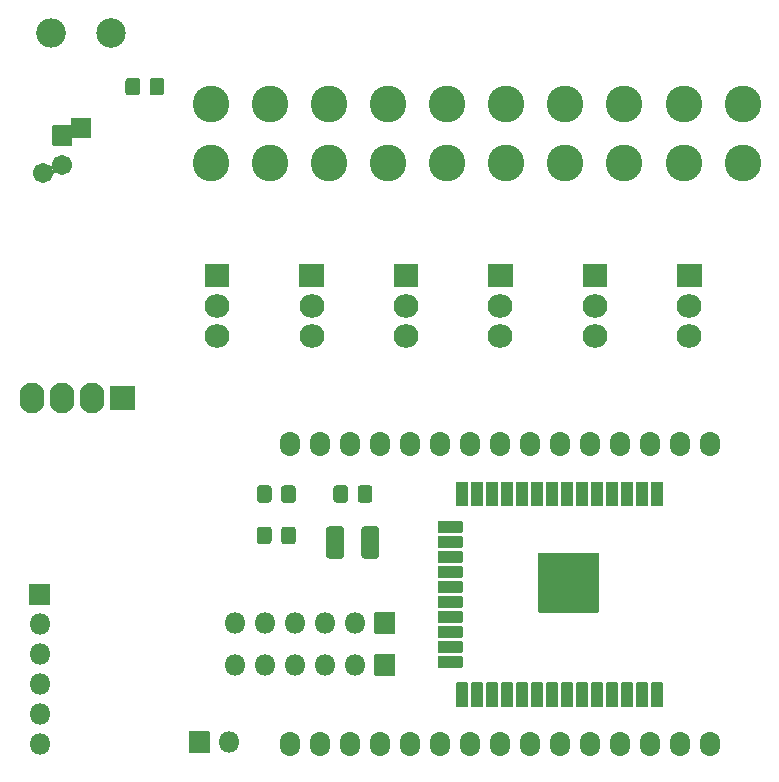
<source format=gbr>
%TF.GenerationSoftware,KiCad,Pcbnew,(5.1.7)-1*%
%TF.CreationDate,2020-11-01T18:23:12+02:00*%
%TF.ProjectId,esp32_mc_dimmer,65737033-325f-46d6-935f-64696d6d6572,rev?*%
%TF.SameCoordinates,Original*%
%TF.FileFunction,Soldermask,Top*%
%TF.FilePolarity,Negative*%
%FSLAX46Y46*%
G04 Gerber Fmt 4.6, Leading zero omitted, Abs format (unit mm)*
G04 Created by KiCad (PCBNEW (5.1.7)-1) date 2020-11-01 18:23:12*
%MOMM*%
%LPD*%
G01*
G04 APERTURE LIST*
%ADD10O,2.102000X2.602000*%
%ADD11C,3.102000*%
%ADD12O,1.702000X2.102000*%
%ADD13C,1.702000*%
%ADD14O,1.802000X1.802000*%
%ADD15O,2.502000X2.502000*%
%ADD16C,2.502000*%
%ADD17O,2.102000X2.007000*%
%ADD18C,0.100000*%
G04 APERTURE END LIST*
G36*
G01*
X132985000Y-101819000D02*
X134985000Y-101819000D01*
G75*
G02*
X135036000Y-101870000I0J-51000D01*
G01*
X135036000Y-103870000D01*
G75*
G02*
X134985000Y-103921000I-51000J0D01*
G01*
X132985000Y-103921000D01*
G75*
G02*
X132934000Y-103870000I0J51000D01*
G01*
X132934000Y-101870000D01*
G75*
G02*
X132985000Y-101819000I51000J0D01*
G01*
G37*
D10*
X131445000Y-102870000D03*
X128905000Y-102870000D03*
X126365000Y-102870000D03*
D11*
X141500000Y-78000000D03*
X141500000Y-83000000D03*
X146500000Y-78000000D03*
X146500000Y-83000000D03*
X151500000Y-78000000D03*
X151500000Y-83000000D03*
X156500000Y-78000000D03*
X156500000Y-83000000D03*
X161500000Y-78000000D03*
X161500000Y-83000000D03*
X166500000Y-78000000D03*
X166500000Y-83000000D03*
X171500000Y-78000000D03*
X171500000Y-83000000D03*
X176500000Y-78000000D03*
X176500000Y-83000000D03*
X181500000Y-78000000D03*
X181500000Y-83000000D03*
X186500000Y-78000000D03*
X186500000Y-83000000D03*
D12*
X148220000Y-106800000D03*
X148220000Y-132200000D03*
X150760000Y-106800000D03*
X150760000Y-132200000D03*
X153300000Y-106800000D03*
X153300000Y-132200000D03*
X155840000Y-106800000D03*
X155840000Y-132200000D03*
X158380000Y-106800000D03*
X158380000Y-132200000D03*
X160920000Y-106800000D03*
X160920000Y-132200000D03*
X163460000Y-106800000D03*
X163460000Y-132200000D03*
X166000000Y-106800000D03*
X166000000Y-132200000D03*
X168540000Y-106800000D03*
X168540000Y-132200000D03*
X171080000Y-106800000D03*
X171080000Y-132200000D03*
X173620000Y-106800000D03*
X173620000Y-132200000D03*
X176160000Y-106800000D03*
X176160000Y-132200000D03*
X178700000Y-106800000D03*
X178700000Y-132200000D03*
X181240000Y-106800000D03*
X181240000Y-132200000D03*
X183780000Y-106800000D03*
X183780000Y-132200000D03*
D13*
X127305000Y-83815937D03*
G36*
G01*
X129705000Y-79123063D02*
X131305000Y-79123063D01*
G75*
G02*
X131356000Y-79174063I0J-51000D01*
G01*
X131356000Y-80774063D01*
G75*
G02*
X131305000Y-80825063I-51000J0D01*
G01*
X129705000Y-80825063D01*
G75*
G02*
X129654000Y-80774063I0J51000D01*
G01*
X129654000Y-79174063D01*
G75*
G02*
X129705000Y-79123063I51000J0D01*
G01*
G37*
X128905000Y-83145000D03*
G36*
G01*
X128105000Y-79794000D02*
X129705000Y-79794000D01*
G75*
G02*
X129756000Y-79845000I0J-51000D01*
G01*
X129756000Y-81445000D01*
G75*
G02*
X129705000Y-81496000I-51000J0D01*
G01*
X128105000Y-81496000D01*
G75*
G02*
X128054000Y-81445000I0J51000D01*
G01*
X128054000Y-79845000D01*
G75*
G02*
X128105000Y-79794000I51000J0D01*
G01*
G37*
D14*
X143510000Y-121920000D03*
X146050000Y-121920000D03*
X148590000Y-121920000D03*
X151130000Y-121920000D03*
X153670000Y-121920000D03*
G36*
G01*
X155360000Y-121019000D02*
X157060000Y-121019000D01*
G75*
G02*
X157111000Y-121070000I0J-51000D01*
G01*
X157111000Y-122770000D01*
G75*
G02*
X157060000Y-122821000I-51000J0D01*
G01*
X155360000Y-122821000D01*
G75*
G02*
X155309000Y-122770000I0J51000D01*
G01*
X155309000Y-121070000D01*
G75*
G02*
X155360000Y-121019000I51000J0D01*
G01*
G37*
G36*
G01*
X152763500Y-113991894D02*
X152763500Y-116208106D01*
G75*
G02*
X152495606Y-116476000I-267894J0D01*
G01*
X151504394Y-116476000D01*
G75*
G02*
X151236500Y-116208106I0J267894D01*
G01*
X151236500Y-113991894D01*
G75*
G02*
X151504394Y-113724000I267894J0D01*
G01*
X152495606Y-113724000D01*
G75*
G02*
X152763500Y-113991894I0J-267894D01*
G01*
G37*
G36*
G01*
X155738500Y-113991894D02*
X155738500Y-116208106D01*
G75*
G02*
X155470606Y-116476000I-267894J0D01*
G01*
X154479394Y-116476000D01*
G75*
G02*
X154211500Y-116208106I0J267894D01*
G01*
X154211500Y-113991894D01*
G75*
G02*
X154479394Y-113724000I267894J0D01*
G01*
X155470606Y-113724000D01*
G75*
G02*
X155738500Y-113991894I0J-267894D01*
G01*
G37*
G36*
G01*
X178805000Y-126949000D02*
X179705000Y-126949000D01*
G75*
G02*
X179756000Y-127000000I0J-51000D01*
G01*
X179756000Y-129000000D01*
G75*
G02*
X179705000Y-129051000I-51000J0D01*
G01*
X178805000Y-129051000D01*
G75*
G02*
X178754000Y-129000000I0J51000D01*
G01*
X178754000Y-127000000D01*
G75*
G02*
X178805000Y-126949000I51000J0D01*
G01*
G37*
G36*
G01*
X177535000Y-126949000D02*
X178435000Y-126949000D01*
G75*
G02*
X178486000Y-127000000I0J-51000D01*
G01*
X178486000Y-129000000D01*
G75*
G02*
X178435000Y-129051000I-51000J0D01*
G01*
X177535000Y-129051000D01*
G75*
G02*
X177484000Y-129000000I0J51000D01*
G01*
X177484000Y-127000000D01*
G75*
G02*
X177535000Y-126949000I51000J0D01*
G01*
G37*
G36*
G01*
X176265000Y-126949000D02*
X177165000Y-126949000D01*
G75*
G02*
X177216000Y-127000000I0J-51000D01*
G01*
X177216000Y-129000000D01*
G75*
G02*
X177165000Y-129051000I-51000J0D01*
G01*
X176265000Y-129051000D01*
G75*
G02*
X176214000Y-129000000I0J51000D01*
G01*
X176214000Y-127000000D01*
G75*
G02*
X176265000Y-126949000I51000J0D01*
G01*
G37*
G36*
G01*
X174995000Y-126949000D02*
X175895000Y-126949000D01*
G75*
G02*
X175946000Y-127000000I0J-51000D01*
G01*
X175946000Y-129000000D01*
G75*
G02*
X175895000Y-129051000I-51000J0D01*
G01*
X174995000Y-129051000D01*
G75*
G02*
X174944000Y-129000000I0J51000D01*
G01*
X174944000Y-127000000D01*
G75*
G02*
X174995000Y-126949000I51000J0D01*
G01*
G37*
G36*
G01*
X173725000Y-126949000D02*
X174625000Y-126949000D01*
G75*
G02*
X174676000Y-127000000I0J-51000D01*
G01*
X174676000Y-129000000D01*
G75*
G02*
X174625000Y-129051000I-51000J0D01*
G01*
X173725000Y-129051000D01*
G75*
G02*
X173674000Y-129000000I0J51000D01*
G01*
X173674000Y-127000000D01*
G75*
G02*
X173725000Y-126949000I51000J0D01*
G01*
G37*
G36*
G01*
X172455000Y-126949000D02*
X173355000Y-126949000D01*
G75*
G02*
X173406000Y-127000000I0J-51000D01*
G01*
X173406000Y-129000000D01*
G75*
G02*
X173355000Y-129051000I-51000J0D01*
G01*
X172455000Y-129051000D01*
G75*
G02*
X172404000Y-129000000I0J51000D01*
G01*
X172404000Y-127000000D01*
G75*
G02*
X172455000Y-126949000I51000J0D01*
G01*
G37*
G36*
G01*
X171185000Y-126949000D02*
X172085000Y-126949000D01*
G75*
G02*
X172136000Y-127000000I0J-51000D01*
G01*
X172136000Y-129000000D01*
G75*
G02*
X172085000Y-129051000I-51000J0D01*
G01*
X171185000Y-129051000D01*
G75*
G02*
X171134000Y-129000000I0J51000D01*
G01*
X171134000Y-127000000D01*
G75*
G02*
X171185000Y-126949000I51000J0D01*
G01*
G37*
G36*
G01*
X169915000Y-126949000D02*
X170815000Y-126949000D01*
G75*
G02*
X170866000Y-127000000I0J-51000D01*
G01*
X170866000Y-129000000D01*
G75*
G02*
X170815000Y-129051000I-51000J0D01*
G01*
X169915000Y-129051000D01*
G75*
G02*
X169864000Y-129000000I0J51000D01*
G01*
X169864000Y-127000000D01*
G75*
G02*
X169915000Y-126949000I51000J0D01*
G01*
G37*
G36*
G01*
X168645000Y-126949000D02*
X169545000Y-126949000D01*
G75*
G02*
X169596000Y-127000000I0J-51000D01*
G01*
X169596000Y-129000000D01*
G75*
G02*
X169545000Y-129051000I-51000J0D01*
G01*
X168645000Y-129051000D01*
G75*
G02*
X168594000Y-129000000I0J51000D01*
G01*
X168594000Y-127000000D01*
G75*
G02*
X168645000Y-126949000I51000J0D01*
G01*
G37*
G36*
G01*
X167375000Y-126949000D02*
X168275000Y-126949000D01*
G75*
G02*
X168326000Y-127000000I0J-51000D01*
G01*
X168326000Y-129000000D01*
G75*
G02*
X168275000Y-129051000I-51000J0D01*
G01*
X167375000Y-129051000D01*
G75*
G02*
X167324000Y-129000000I0J51000D01*
G01*
X167324000Y-127000000D01*
G75*
G02*
X167375000Y-126949000I51000J0D01*
G01*
G37*
G36*
G01*
X166105000Y-126949000D02*
X167005000Y-126949000D01*
G75*
G02*
X167056000Y-127000000I0J-51000D01*
G01*
X167056000Y-129000000D01*
G75*
G02*
X167005000Y-129051000I-51000J0D01*
G01*
X166105000Y-129051000D01*
G75*
G02*
X166054000Y-129000000I0J51000D01*
G01*
X166054000Y-127000000D01*
G75*
G02*
X166105000Y-126949000I51000J0D01*
G01*
G37*
G36*
G01*
X164835000Y-126949000D02*
X165735000Y-126949000D01*
G75*
G02*
X165786000Y-127000000I0J-51000D01*
G01*
X165786000Y-129000000D01*
G75*
G02*
X165735000Y-129051000I-51000J0D01*
G01*
X164835000Y-129051000D01*
G75*
G02*
X164784000Y-129000000I0J51000D01*
G01*
X164784000Y-127000000D01*
G75*
G02*
X164835000Y-126949000I51000J0D01*
G01*
G37*
G36*
G01*
X163565000Y-126949000D02*
X164465000Y-126949000D01*
G75*
G02*
X164516000Y-127000000I0J-51000D01*
G01*
X164516000Y-129000000D01*
G75*
G02*
X164465000Y-129051000I-51000J0D01*
G01*
X163565000Y-129051000D01*
G75*
G02*
X163514000Y-129000000I0J51000D01*
G01*
X163514000Y-127000000D01*
G75*
G02*
X163565000Y-126949000I51000J0D01*
G01*
G37*
G36*
G01*
X162295000Y-126949000D02*
X163195000Y-126949000D01*
G75*
G02*
X163246000Y-127000000I0J-51000D01*
G01*
X163246000Y-129000000D01*
G75*
G02*
X163195000Y-129051000I-51000J0D01*
G01*
X162295000Y-129051000D01*
G75*
G02*
X162244000Y-129000000I0J51000D01*
G01*
X162244000Y-127000000D01*
G75*
G02*
X162295000Y-126949000I51000J0D01*
G01*
G37*
G36*
G01*
X160694000Y-125665000D02*
X160694000Y-124765000D01*
G75*
G02*
X160745000Y-124714000I51000J0D01*
G01*
X162745000Y-124714000D01*
G75*
G02*
X162796000Y-124765000I0J-51000D01*
G01*
X162796000Y-125665000D01*
G75*
G02*
X162745000Y-125716000I-51000J0D01*
G01*
X160745000Y-125716000D01*
G75*
G02*
X160694000Y-125665000I0J51000D01*
G01*
G37*
G36*
G01*
X160694000Y-124395000D02*
X160694000Y-123495000D01*
G75*
G02*
X160745000Y-123444000I51000J0D01*
G01*
X162745000Y-123444000D01*
G75*
G02*
X162796000Y-123495000I0J-51000D01*
G01*
X162796000Y-124395000D01*
G75*
G02*
X162745000Y-124446000I-51000J0D01*
G01*
X160745000Y-124446000D01*
G75*
G02*
X160694000Y-124395000I0J51000D01*
G01*
G37*
G36*
G01*
X160694000Y-123125000D02*
X160694000Y-122225000D01*
G75*
G02*
X160745000Y-122174000I51000J0D01*
G01*
X162745000Y-122174000D01*
G75*
G02*
X162796000Y-122225000I0J-51000D01*
G01*
X162796000Y-123125000D01*
G75*
G02*
X162745000Y-123176000I-51000J0D01*
G01*
X160745000Y-123176000D01*
G75*
G02*
X160694000Y-123125000I0J51000D01*
G01*
G37*
G36*
G01*
X160694000Y-121855000D02*
X160694000Y-120955000D01*
G75*
G02*
X160745000Y-120904000I51000J0D01*
G01*
X162745000Y-120904000D01*
G75*
G02*
X162796000Y-120955000I0J-51000D01*
G01*
X162796000Y-121855000D01*
G75*
G02*
X162745000Y-121906000I-51000J0D01*
G01*
X160745000Y-121906000D01*
G75*
G02*
X160694000Y-121855000I0J51000D01*
G01*
G37*
G36*
G01*
X160694000Y-120585000D02*
X160694000Y-119685000D01*
G75*
G02*
X160745000Y-119634000I51000J0D01*
G01*
X162745000Y-119634000D01*
G75*
G02*
X162796000Y-119685000I0J-51000D01*
G01*
X162796000Y-120585000D01*
G75*
G02*
X162745000Y-120636000I-51000J0D01*
G01*
X160745000Y-120636000D01*
G75*
G02*
X160694000Y-120585000I0J51000D01*
G01*
G37*
G36*
G01*
X160694000Y-119315000D02*
X160694000Y-118415000D01*
G75*
G02*
X160745000Y-118364000I51000J0D01*
G01*
X162745000Y-118364000D01*
G75*
G02*
X162796000Y-118415000I0J-51000D01*
G01*
X162796000Y-119315000D01*
G75*
G02*
X162745000Y-119366000I-51000J0D01*
G01*
X160745000Y-119366000D01*
G75*
G02*
X160694000Y-119315000I0J51000D01*
G01*
G37*
G36*
G01*
X160694000Y-118045000D02*
X160694000Y-117145000D01*
G75*
G02*
X160745000Y-117094000I51000J0D01*
G01*
X162745000Y-117094000D01*
G75*
G02*
X162796000Y-117145000I0J-51000D01*
G01*
X162796000Y-118045000D01*
G75*
G02*
X162745000Y-118096000I-51000J0D01*
G01*
X160745000Y-118096000D01*
G75*
G02*
X160694000Y-118045000I0J51000D01*
G01*
G37*
G36*
G01*
X160694000Y-116775000D02*
X160694000Y-115875000D01*
G75*
G02*
X160745000Y-115824000I51000J0D01*
G01*
X162745000Y-115824000D01*
G75*
G02*
X162796000Y-115875000I0J-51000D01*
G01*
X162796000Y-116775000D01*
G75*
G02*
X162745000Y-116826000I-51000J0D01*
G01*
X160745000Y-116826000D01*
G75*
G02*
X160694000Y-116775000I0J51000D01*
G01*
G37*
G36*
G01*
X160694000Y-115505000D02*
X160694000Y-114605000D01*
G75*
G02*
X160745000Y-114554000I51000J0D01*
G01*
X162745000Y-114554000D01*
G75*
G02*
X162796000Y-114605000I0J-51000D01*
G01*
X162796000Y-115505000D01*
G75*
G02*
X162745000Y-115556000I-51000J0D01*
G01*
X160745000Y-115556000D01*
G75*
G02*
X160694000Y-115505000I0J51000D01*
G01*
G37*
G36*
G01*
X160694000Y-114235000D02*
X160694000Y-113335000D01*
G75*
G02*
X160745000Y-113284000I51000J0D01*
G01*
X162745000Y-113284000D01*
G75*
G02*
X162796000Y-113335000I0J-51000D01*
G01*
X162796000Y-114235000D01*
G75*
G02*
X162745000Y-114286000I-51000J0D01*
G01*
X160745000Y-114286000D01*
G75*
G02*
X160694000Y-114235000I0J51000D01*
G01*
G37*
G36*
G01*
X162295000Y-109949000D02*
X163195000Y-109949000D01*
G75*
G02*
X163246000Y-110000000I0J-51000D01*
G01*
X163246000Y-112000000D01*
G75*
G02*
X163195000Y-112051000I-51000J0D01*
G01*
X162295000Y-112051000D01*
G75*
G02*
X162244000Y-112000000I0J51000D01*
G01*
X162244000Y-110000000D01*
G75*
G02*
X162295000Y-109949000I51000J0D01*
G01*
G37*
G36*
G01*
X163565000Y-109949000D02*
X164465000Y-109949000D01*
G75*
G02*
X164516000Y-110000000I0J-51000D01*
G01*
X164516000Y-112000000D01*
G75*
G02*
X164465000Y-112051000I-51000J0D01*
G01*
X163565000Y-112051000D01*
G75*
G02*
X163514000Y-112000000I0J51000D01*
G01*
X163514000Y-110000000D01*
G75*
G02*
X163565000Y-109949000I51000J0D01*
G01*
G37*
G36*
G01*
X164835000Y-109949000D02*
X165735000Y-109949000D01*
G75*
G02*
X165786000Y-110000000I0J-51000D01*
G01*
X165786000Y-112000000D01*
G75*
G02*
X165735000Y-112051000I-51000J0D01*
G01*
X164835000Y-112051000D01*
G75*
G02*
X164784000Y-112000000I0J51000D01*
G01*
X164784000Y-110000000D01*
G75*
G02*
X164835000Y-109949000I51000J0D01*
G01*
G37*
G36*
G01*
X166105000Y-109949000D02*
X167005000Y-109949000D01*
G75*
G02*
X167056000Y-110000000I0J-51000D01*
G01*
X167056000Y-112000000D01*
G75*
G02*
X167005000Y-112051000I-51000J0D01*
G01*
X166105000Y-112051000D01*
G75*
G02*
X166054000Y-112000000I0J51000D01*
G01*
X166054000Y-110000000D01*
G75*
G02*
X166105000Y-109949000I51000J0D01*
G01*
G37*
G36*
G01*
X167375000Y-109949000D02*
X168275000Y-109949000D01*
G75*
G02*
X168326000Y-110000000I0J-51000D01*
G01*
X168326000Y-112000000D01*
G75*
G02*
X168275000Y-112051000I-51000J0D01*
G01*
X167375000Y-112051000D01*
G75*
G02*
X167324000Y-112000000I0J51000D01*
G01*
X167324000Y-110000000D01*
G75*
G02*
X167375000Y-109949000I51000J0D01*
G01*
G37*
G36*
G01*
X168645000Y-109949000D02*
X169545000Y-109949000D01*
G75*
G02*
X169596000Y-110000000I0J-51000D01*
G01*
X169596000Y-112000000D01*
G75*
G02*
X169545000Y-112051000I-51000J0D01*
G01*
X168645000Y-112051000D01*
G75*
G02*
X168594000Y-112000000I0J51000D01*
G01*
X168594000Y-110000000D01*
G75*
G02*
X168645000Y-109949000I51000J0D01*
G01*
G37*
G36*
G01*
X169915000Y-109949000D02*
X170815000Y-109949000D01*
G75*
G02*
X170866000Y-110000000I0J-51000D01*
G01*
X170866000Y-112000000D01*
G75*
G02*
X170815000Y-112051000I-51000J0D01*
G01*
X169915000Y-112051000D01*
G75*
G02*
X169864000Y-112000000I0J51000D01*
G01*
X169864000Y-110000000D01*
G75*
G02*
X169915000Y-109949000I51000J0D01*
G01*
G37*
G36*
G01*
X171185000Y-109949000D02*
X172085000Y-109949000D01*
G75*
G02*
X172136000Y-110000000I0J-51000D01*
G01*
X172136000Y-112000000D01*
G75*
G02*
X172085000Y-112051000I-51000J0D01*
G01*
X171185000Y-112051000D01*
G75*
G02*
X171134000Y-112000000I0J51000D01*
G01*
X171134000Y-110000000D01*
G75*
G02*
X171185000Y-109949000I51000J0D01*
G01*
G37*
G36*
G01*
X172455000Y-109949000D02*
X173355000Y-109949000D01*
G75*
G02*
X173406000Y-110000000I0J-51000D01*
G01*
X173406000Y-112000000D01*
G75*
G02*
X173355000Y-112051000I-51000J0D01*
G01*
X172455000Y-112051000D01*
G75*
G02*
X172404000Y-112000000I0J51000D01*
G01*
X172404000Y-110000000D01*
G75*
G02*
X172455000Y-109949000I51000J0D01*
G01*
G37*
G36*
G01*
X173725000Y-109949000D02*
X174625000Y-109949000D01*
G75*
G02*
X174676000Y-110000000I0J-51000D01*
G01*
X174676000Y-112000000D01*
G75*
G02*
X174625000Y-112051000I-51000J0D01*
G01*
X173725000Y-112051000D01*
G75*
G02*
X173674000Y-112000000I0J51000D01*
G01*
X173674000Y-110000000D01*
G75*
G02*
X173725000Y-109949000I51000J0D01*
G01*
G37*
G36*
G01*
X174995000Y-109949000D02*
X175895000Y-109949000D01*
G75*
G02*
X175946000Y-110000000I0J-51000D01*
G01*
X175946000Y-112000000D01*
G75*
G02*
X175895000Y-112051000I-51000J0D01*
G01*
X174995000Y-112051000D01*
G75*
G02*
X174944000Y-112000000I0J51000D01*
G01*
X174944000Y-110000000D01*
G75*
G02*
X174995000Y-109949000I51000J0D01*
G01*
G37*
G36*
G01*
X176265000Y-109949000D02*
X177165000Y-109949000D01*
G75*
G02*
X177216000Y-110000000I0J-51000D01*
G01*
X177216000Y-112000000D01*
G75*
G02*
X177165000Y-112051000I-51000J0D01*
G01*
X176265000Y-112051000D01*
G75*
G02*
X176214000Y-112000000I0J51000D01*
G01*
X176214000Y-110000000D01*
G75*
G02*
X176265000Y-109949000I51000J0D01*
G01*
G37*
G36*
G01*
X177535000Y-109949000D02*
X178435000Y-109949000D01*
G75*
G02*
X178486000Y-110000000I0J-51000D01*
G01*
X178486000Y-112000000D01*
G75*
G02*
X178435000Y-112051000I-51000J0D01*
G01*
X177535000Y-112051000D01*
G75*
G02*
X177484000Y-112000000I0J51000D01*
G01*
X177484000Y-110000000D01*
G75*
G02*
X177535000Y-109949000I51000J0D01*
G01*
G37*
G36*
G01*
X178805000Y-109949000D02*
X179705000Y-109949000D01*
G75*
G02*
X179756000Y-110000000I0J-51000D01*
G01*
X179756000Y-112000000D01*
G75*
G02*
X179705000Y-112051000I-51000J0D01*
G01*
X178805000Y-112051000D01*
G75*
G02*
X178754000Y-112000000I0J51000D01*
G01*
X178754000Y-110000000D01*
G75*
G02*
X178805000Y-109949000I51000J0D01*
G01*
G37*
G36*
G01*
X169255000Y-115949000D02*
X174255000Y-115949000D01*
G75*
G02*
X174306000Y-116000000I0J-51000D01*
G01*
X174306000Y-121000000D01*
G75*
G02*
X174255000Y-121051000I-51000J0D01*
G01*
X169255000Y-121051000D01*
G75*
G02*
X169204000Y-121000000I0J51000D01*
G01*
X169204000Y-116000000D01*
G75*
G02*
X169255000Y-115949000I51000J0D01*
G01*
G37*
G36*
G01*
X147424000Y-114978828D02*
X147424000Y-114021172D01*
G75*
G02*
X147696172Y-113749000I272172J0D01*
G01*
X148403828Y-113749000D01*
G75*
G02*
X148676000Y-114021172I0J-272172D01*
G01*
X148676000Y-114978828D01*
G75*
G02*
X148403828Y-115251000I-272172J0D01*
G01*
X147696172Y-115251000D01*
G75*
G02*
X147424000Y-114978828I0J272172D01*
G01*
G37*
G36*
G01*
X145374000Y-114978828D02*
X145374000Y-114021172D01*
G75*
G02*
X145646172Y-113749000I272172J0D01*
G01*
X146353828Y-113749000D01*
G75*
G02*
X146626000Y-114021172I0J-272172D01*
G01*
X146626000Y-114978828D01*
G75*
G02*
X146353828Y-115251000I-272172J0D01*
G01*
X145646172Y-115251000D01*
G75*
G02*
X145374000Y-114978828I0J272172D01*
G01*
G37*
X143510000Y-125476000D03*
X146050000Y-125476000D03*
X148590000Y-125476000D03*
X151130000Y-125476000D03*
X153670000Y-125476000D03*
G36*
G01*
X155360000Y-124575000D02*
X157060000Y-124575000D01*
G75*
G02*
X157111000Y-124626000I0J-51000D01*
G01*
X157111000Y-126326000D01*
G75*
G02*
X157060000Y-126377000I-51000J0D01*
G01*
X155360000Y-126377000D01*
G75*
G02*
X155309000Y-126326000I0J51000D01*
G01*
X155309000Y-124626000D01*
G75*
G02*
X155360000Y-124575000I51000J0D01*
G01*
G37*
X143040000Y-132000000D03*
G36*
G01*
X141350000Y-132901000D02*
X139650000Y-132901000D01*
G75*
G02*
X139599000Y-132850000I0J51000D01*
G01*
X139599000Y-131150000D01*
G75*
G02*
X139650000Y-131099000I51000J0D01*
G01*
X141350000Y-131099000D01*
G75*
G02*
X141401000Y-131150000I0J-51000D01*
G01*
X141401000Y-132850000D01*
G75*
G02*
X141350000Y-132901000I-51000J0D01*
G01*
G37*
G36*
G01*
X153101000Y-110521172D02*
X153101000Y-111478828D01*
G75*
G02*
X152828828Y-111751000I-272172J0D01*
G01*
X152121172Y-111751000D01*
G75*
G02*
X151849000Y-111478828I0J272172D01*
G01*
X151849000Y-110521172D01*
G75*
G02*
X152121172Y-110249000I272172J0D01*
G01*
X152828828Y-110249000D01*
G75*
G02*
X153101000Y-110521172I0J-272172D01*
G01*
G37*
G36*
G01*
X155151000Y-110521172D02*
X155151000Y-111478828D01*
G75*
G02*
X154878828Y-111751000I-272172J0D01*
G01*
X154171172Y-111751000D01*
G75*
G02*
X153899000Y-111478828I0J272172D01*
G01*
X153899000Y-110521172D01*
G75*
G02*
X154171172Y-110249000I272172J0D01*
G01*
X154878828Y-110249000D01*
G75*
G02*
X155151000Y-110521172I0J-272172D01*
G01*
G37*
G36*
G01*
X147424000Y-111478828D02*
X147424000Y-110521172D01*
G75*
G02*
X147696172Y-110249000I272172J0D01*
G01*
X148403828Y-110249000D01*
G75*
G02*
X148676000Y-110521172I0J-272172D01*
G01*
X148676000Y-111478828D01*
G75*
G02*
X148403828Y-111751000I-272172J0D01*
G01*
X147696172Y-111751000D01*
G75*
G02*
X147424000Y-111478828I0J272172D01*
G01*
G37*
G36*
G01*
X145374000Y-111478828D02*
X145374000Y-110521172D01*
G75*
G02*
X145646172Y-110249000I272172J0D01*
G01*
X146353828Y-110249000D01*
G75*
G02*
X146626000Y-110521172I0J-272172D01*
G01*
X146626000Y-111478828D01*
G75*
G02*
X146353828Y-111751000I-272172J0D01*
G01*
X145646172Y-111751000D01*
G75*
G02*
X145374000Y-111478828I0J272172D01*
G01*
G37*
D15*
X127920000Y-72000000D03*
D16*
X133000000Y-72000000D03*
G36*
G01*
X135491000Y-76021172D02*
X135491000Y-76978828D01*
G75*
G02*
X135218828Y-77251000I-272172J0D01*
G01*
X134511172Y-77251000D01*
G75*
G02*
X134239000Y-76978828I0J272172D01*
G01*
X134239000Y-76021172D01*
G75*
G02*
X134511172Y-75749000I272172J0D01*
G01*
X135218828Y-75749000D01*
G75*
G02*
X135491000Y-76021172I0J-272172D01*
G01*
G37*
G36*
G01*
X137541000Y-76021172D02*
X137541000Y-76978828D01*
G75*
G02*
X137268828Y-77251000I-272172J0D01*
G01*
X136561172Y-77251000D01*
G75*
G02*
X136289000Y-76978828I0J272172D01*
G01*
X136289000Y-76021172D01*
G75*
G02*
X136561172Y-75749000I272172J0D01*
G01*
X137268828Y-75749000D01*
G75*
G02*
X137541000Y-76021172I0J-272172D01*
G01*
G37*
D17*
X182000000Y-97580000D03*
X182000000Y-95040000D03*
G36*
G01*
X181000000Y-91496500D02*
X183000000Y-91496500D01*
G75*
G02*
X183051000Y-91547500I0J-51000D01*
G01*
X183051000Y-93452500D01*
G75*
G02*
X183000000Y-93503500I-51000J0D01*
G01*
X181000000Y-93503500D01*
G75*
G02*
X180949000Y-93452500I0J51000D01*
G01*
X180949000Y-91547500D01*
G75*
G02*
X181000000Y-91496500I51000J0D01*
G01*
G37*
X174000000Y-97580000D03*
X174000000Y-95040000D03*
G36*
G01*
X173000000Y-91496500D02*
X175000000Y-91496500D01*
G75*
G02*
X175051000Y-91547500I0J-51000D01*
G01*
X175051000Y-93452500D01*
G75*
G02*
X175000000Y-93503500I-51000J0D01*
G01*
X173000000Y-93503500D01*
G75*
G02*
X172949000Y-93452500I0J51000D01*
G01*
X172949000Y-91547500D01*
G75*
G02*
X173000000Y-91496500I51000J0D01*
G01*
G37*
X166000000Y-97580000D03*
X166000000Y-95040000D03*
G36*
G01*
X165000000Y-91496500D02*
X167000000Y-91496500D01*
G75*
G02*
X167051000Y-91547500I0J-51000D01*
G01*
X167051000Y-93452500D01*
G75*
G02*
X167000000Y-93503500I-51000J0D01*
G01*
X165000000Y-93503500D01*
G75*
G02*
X164949000Y-93452500I0J51000D01*
G01*
X164949000Y-91547500D01*
G75*
G02*
X165000000Y-91496500I51000J0D01*
G01*
G37*
X158000000Y-97580000D03*
X158000000Y-95040000D03*
G36*
G01*
X157000000Y-91496500D02*
X159000000Y-91496500D01*
G75*
G02*
X159051000Y-91547500I0J-51000D01*
G01*
X159051000Y-93452500D01*
G75*
G02*
X159000000Y-93503500I-51000J0D01*
G01*
X157000000Y-93503500D01*
G75*
G02*
X156949000Y-93452500I0J51000D01*
G01*
X156949000Y-91547500D01*
G75*
G02*
X157000000Y-91496500I51000J0D01*
G01*
G37*
X150000000Y-97580000D03*
X150000000Y-95040000D03*
G36*
G01*
X149000000Y-91496500D02*
X151000000Y-91496500D01*
G75*
G02*
X151051000Y-91547500I0J-51000D01*
G01*
X151051000Y-93452500D01*
G75*
G02*
X151000000Y-93503500I-51000J0D01*
G01*
X149000000Y-93503500D01*
G75*
G02*
X148949000Y-93452500I0J51000D01*
G01*
X148949000Y-91547500D01*
G75*
G02*
X149000000Y-91496500I51000J0D01*
G01*
G37*
X142000000Y-97580000D03*
X142000000Y-95040000D03*
G36*
G01*
X141000000Y-91496500D02*
X143000000Y-91496500D01*
G75*
G02*
X143051000Y-91547500I0J-51000D01*
G01*
X143051000Y-93452500D01*
G75*
G02*
X143000000Y-93503500I-51000J0D01*
G01*
X141000000Y-93503500D01*
G75*
G02*
X140949000Y-93452500I0J51000D01*
G01*
X140949000Y-91547500D01*
G75*
G02*
X141000000Y-91496500I51000J0D01*
G01*
G37*
D14*
X127000000Y-132200000D03*
X127000000Y-129660000D03*
X127000000Y-127120000D03*
X127000000Y-124580000D03*
X127000000Y-122040000D03*
G36*
G01*
X126099000Y-120350000D02*
X126099000Y-118650000D01*
G75*
G02*
X126150000Y-118599000I51000J0D01*
G01*
X127850000Y-118599000D01*
G75*
G02*
X127901000Y-118650000I0J-51000D01*
G01*
X127901000Y-120350000D01*
G75*
G02*
X127850000Y-120401000I-51000J0D01*
G01*
X126150000Y-120401000D01*
G75*
G02*
X126099000Y-120350000I0J51000D01*
G01*
G37*
D18*
G36*
X128059263Y-83075500D02*
G01*
X128060098Y-83077126D01*
X128060098Y-83228214D01*
X128092568Y-83391450D01*
X128156258Y-83545212D01*
X128248722Y-83683595D01*
X128361345Y-83796218D01*
X128361863Y-83798150D01*
X128360449Y-83799564D01*
X128358662Y-83799178D01*
X128344629Y-83787661D01*
X128323365Y-83776296D01*
X128300290Y-83769296D01*
X128276299Y-83766933D01*
X128252308Y-83769296D01*
X128229233Y-83776296D01*
X128207969Y-83787661D01*
X128189332Y-83802956D01*
X128174037Y-83821593D01*
X128162672Y-83842857D01*
X128155672Y-83865932D01*
X128153892Y-83884007D01*
X128152727Y-83885633D01*
X128150737Y-83885437D01*
X128149902Y-83883811D01*
X128149902Y-83732723D01*
X128117432Y-83569487D01*
X128053742Y-83415725D01*
X127961278Y-83277342D01*
X127848655Y-83164719D01*
X127848137Y-83162787D01*
X127849551Y-83161373D01*
X127851338Y-83161759D01*
X127865371Y-83173276D01*
X127886635Y-83184641D01*
X127909710Y-83191641D01*
X127933701Y-83194004D01*
X127957692Y-83191641D01*
X127980767Y-83184641D01*
X128002031Y-83173276D01*
X128020668Y-83157981D01*
X128035963Y-83139344D01*
X128047328Y-83118080D01*
X128054328Y-83095005D01*
X128056108Y-83076930D01*
X128057273Y-83075304D01*
X128059263Y-83075500D01*
G37*
M02*

</source>
